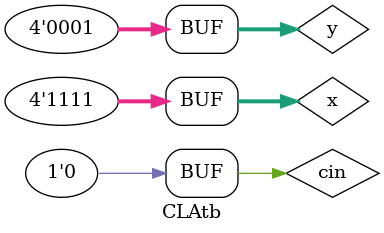
<source format=v>
module CLAtb;
reg [3:0] y,x;
reg cin;

wire [3 : 0] p,g,c, s;
wire cout;

initial begin
y = 4'b0000;
x = 4'b0000;
cin = 0;
#2 y = 4'b0001; x = 4'b0000; 
#2 y = 4'b0001; x = 4'b0001; 
#2 y = 4'b0001; x = 4'b1111; 
end

initial
$monitor("x =%b , y = %b, cin = %b, c = %b, s = %b, cout = %b  ", x,  y, cin,  c,  s,  cout);

PGgenerator PG(x,y,p,g);
CLA CLAgen(g,p,cin,c,cout);
SUM Sumgen(c,p,s);

endmodule

</source>
